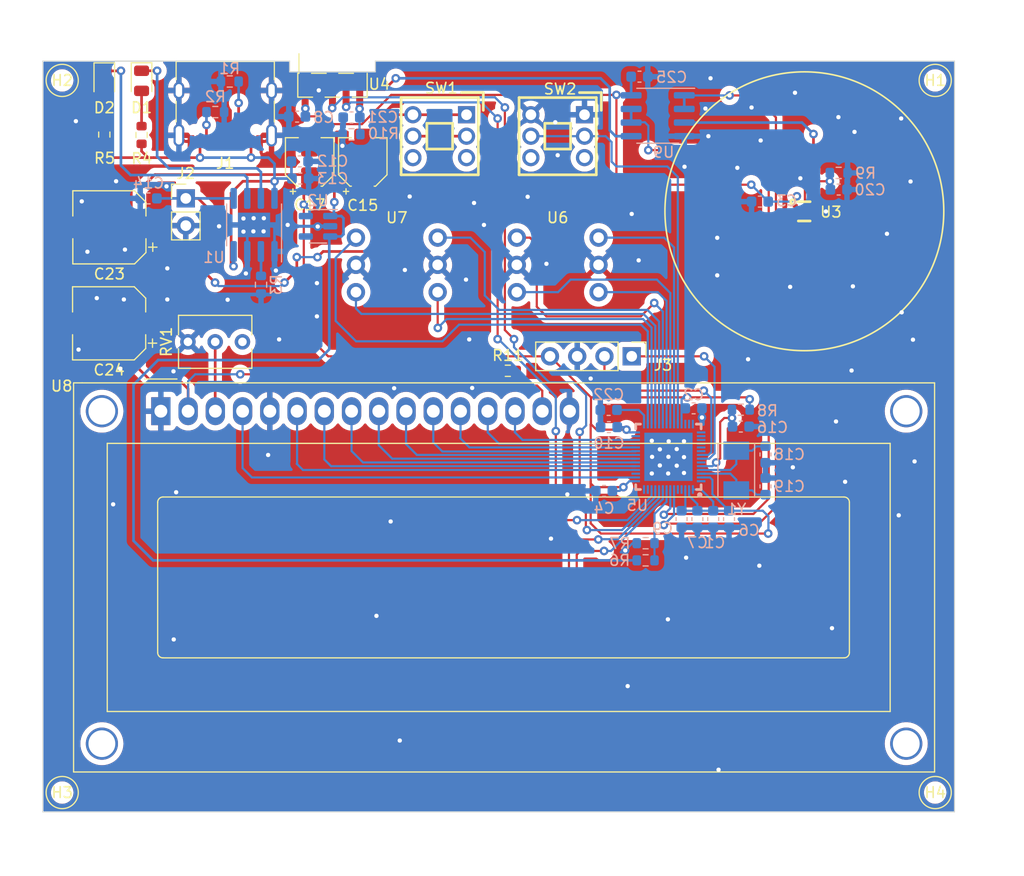
<source format=kicad_pcb>
(kicad_pcb (version 20220331) (generator pcbnew)
  (layers (0 "F.Cu" signal) (31 "B.Cu" signal) (34 "B.Paste" user) (35 "F.Paste" user) (36 "B.SilkS" user "B.Silkscreen") (37 "F.SilkS" user "F.Silkscreen") (38 "B.Mask" user) (39 "F.Mask" user) (44 "Edge.Cuts" user))
  (net 0 "")
  (net 1 "VCC")
  (net 2 "GND")
  (net 3 "+5V")
  (net 4 "Net-(J2-Pin_1)")
  (net 5 "Net-(U5-RESTET)")
  (net 6 "Net-(U5-XTAL_OUT)")
  (net 7 "Net-(U5-XTAL_IN)")
  (net 8 "Net-(U3-IOUT)")
  (net 9 "Net-(U4-IOUT)")
  (net 10 "Net-(U5-CAP)")
  (net 11 "Net-(D1-K)")
  (net 12 "Net-(D1-A)")
  (net 13 "Net-(D2-K)")
  (net 14 "Net-(D2-A)")
  (net 15 "Net-(J1-CC1)")
  (net 16 "Net-(J1-D+)")
  (net 18 "Net-(J1-CC2)")
  (net 20 "/TX")
  (net 21 "/RX")
  (net 22 "Net-(U1-PROG)")
  (net 23 "Net-(U8-A/VEE)")
  (net 24 "Net-(U8-VO)")
  (net 28 "Net-(U5-PB_10)")
  (net 32 "Net-(U3-GC2)")
  (net 33 "Net-(U3-GC1)")
  (net 34 "Net-(U4-GC2)")
  (net 35 "Net-(U4-GC1)")
  (net 40 "Net-(U5-PB_06)")
  (net 41 "Net-(U5-PB_07)")
  (net 42 "Net-(U5-PB_08)")
  (net 43 "Net-(U5-PB_09)")
  (net 44 "Net-(U5-PB_12)")
  (net 45 "Net-(U5-PB_13)")
  (net 46 "Net-(U5-PB_14)")
  (net 47 "Net-(U5-PB_15)")
  (net 59 "Net-(U2-ON/~{OFF})")
  (net 60 "Net-(U5-PA_02)")
  (net 61 "Net-(U5-PA_03)")
  (net 62 "Net-(U5-PA_11)")
  (net 64 "Net-(U5-PA_13)")
  (net 65 "Net-(U5-PA_14)")
  (net 66 "Net-(U5-PA_15)")
  (net 67 "Net-(U5-PB_00)")
  (net 68 "Net-(U5-PB_01)")
  (net 69 "Net-(U5-PB_02)")
  (net 70 "Net-(U5-PB_03)")
  (net 71 "Net-(U5-PB_27)")
  (net 72 "Net-(U5-PB_04)")
  (net 73 "Net-(U5-PA_04)")
  (footprint "Potentiometer_THT:Potentiometer_Vishay_T73XW_Horizontal" (layer "F.Cu") (at 113.525 86.175 90)
    (fp_text reference "RV1")
    (fp_text value "10k")
  )
  (footprint "FP:SW-TH_6P-L7.0-W7.0-P2.00" (layer "F.Cu") (at 137 67)
    (fp_text reference "SW1")
    (fp_text value "XKB7070-Z")
  )
  (footprint "Display:WC1602A" (layer "F.Cu") (at 111 92.6425)
    (fp_text reference "U8")
    (fp_text value "RC1602A")
  )
  (footprint "Resistor_SMD:R_0603_1608Metric" (layer "F.Cu") (at 105.725 66.85 -90)
    (fp_text reference "R5")
    (fp_text value "200")
  )
  (footprint "FP:SW-TH_6P-L7.0-W7.0-P2.00" (layer "F.Cu") (at 148 67)
    (fp_text reference "SW2")
    (fp_text value "XKB7070-Z")
  )
  (footprint "FP:MH_M1.5" (layer "F.Cu") (at 183.2 128.2)
    (fp_text reference "H4")
    (fp_text value "MountingHole")
  )
  (footprint "FP:MH_M1.5" (layer "F.Cu") (at 101.8 61.8)
    (fp_text reference "H2")
    (fp_text value "MountingHole")
  )
  (footprint "Resistor_SMD:R_0603_1608Metric" (layer "F.Cu") (at 143.35 88.875)
    (fp_text reference "R11")
    (fp_text value "510")
  )
  (footprint "FP:MH_M1.5" (layer "F.Cu") (at 101.8 128.2)
    (fp_text reference "H3")
    (fp_text value "MountingHole")
  )
  (footprint "Connector_USB:USB_C_Receptacle_XKB_U262-16XN-4BVC11" (layer "F.Cu") (at 117 63.815 180)
    (fp_text reference "J1")
    (fp_text value "USB_C_Receptacle_USB2.0")
  )
  (footprint "Capacitor_SMD:CP_Elec_4x4.5" (layer "F.Cu") (at 129.825 69.4 90)
    (fp_text reference "C15")
    (fp_text value "10uf")
  )
  (footprint "FP:PinHeader_1x05_P1.27mm_Vertical_SMD_Pin1Right" (layer "F.Cu") (at 127 62.25 90)
    (fp_text reference "U4")
    (fp_text value "BH1620FVC-TR")
  )
  (footprint "LED_SMD:LED_0805_2012Metric" (layer "F.Cu") (at 105.725 61.85 -90)
    (fp_text reference "D2")
    (fp_text value "LED")
  )
  (footprint "FP:WSOF-5_L1.6-W1.2-P0.50-TL" (layer "F.Cu") (at 171 74)
    (fp_text reference "U3")
    (fp_text value "BH1620FVC-TR")
  )
  (footprint "Resistor_SMD:R_0603_1608Metric" (layer "F.Cu") (at 109.2 66.8875 -90)
    (fp_text reference "R4")
    (fp_text value "200")
  )
  (footprint "Capacitor_SMD:CP_Elec_6.3x5.4" (layer "F.Cu") (at 106.2 75.5 180)
    (fp_text reference "C23")
    (fp_text value "100uf")
  )
  (footprint "LED_SMD:LED_0805_2012Metric" (layer "F.Cu") (at 109.2 61.8375 -90)
    (fp_text reference "D1")
    (fp_text value "LED")
  )
  (footprint "Connector_PinHeader_2.54mm:PinHeader_1x02_P2.54mm_Vertical" (layer "F.Cu") (at 113.325 72.8)
    (fp_text reference "J2")
    (fp_text value "Conn_01x02")
  )
  (footprint "Connector_PinHeader_2.54mm:PinHeader_1x04_P2.54mm_Vertical" (layer "F.Cu") (at 154.9 87.525 -90)
    (fp_text reference "J3")
    (fp_text value "Conn_01x04")
  )
  (footprint "FP:BCD8421_3-3" (layer "F.Cu") (at 148 79)
    (fp_text reference "U6")
    (fp_text value "BCD8421_3-3")
  )
  (footprint "Capacitor_SMD:CP_Elec_4x4.5" (layer "F.Cu") (at 124.875 69.4 90)
    (fp_text reference "C17")
    (fp_text value "10uf")
  )
  (footprint "FP:BCD8421_3-3" (layer "F.Cu") (at 133 79)
    (fp_text reference "U7")
    (fp_text value "BCD8421_3-3")
  )
  (footprint "FP:MH_M1.5" (layer "F.Cu") (at 183.2 61.8)
    (fp_text reference "H1")
    (fp_text value "MountingHole")
  )
  (footprint "Capacitor_SMD:CP_Elec_6.3x5.4" (layer "F.Cu") (at 106.175 84.45 180)
    (fp_text reference "C24")
    (fp_text value "100uf")
  )
  (footprint "Package_SO:SOIC-8-1EP_3.9x4.9mm_P1.27mm_EP2.29x3mm" (layer "B.Cu") (at 119.69 75.275 90)
    (fp_text reference "U1")
    (fp_text value "TP4056")
  )
  (footprint "Capacitor_SMD:C_0603_1608Metric" (layer "B.Cu") (at 166.85 73.1 180)
    (fp_text reference "C3")
    (fp_text value "100nf")
  )
  (footprint "Capacitor_SMD:C_0603_1608Metric" (layer "B.Cu") (at 123.95 69.35 180)
    (fp_text reference "C12")
    (fp_text value "10uf")
  )
  (footprint "Capacitor_SMD:C_0603_1608Metric" (layer "B.Cu") (at 109.85 72.8 180)
    (fp_text reference "C14")
    (fp_text value "10uf")
  )
  (footprint "Crystal:Crystal_SMD_TXC_7A-2Pin_5x3.2mm" (layer "B.Cu") (at 164.65 98.175 90)
    (fp_text reference "Y1")
    (fp_text value "40MHz")
  )
  (footprint "Capacitor_SMD:C_0603_1608Metric" (layer "B.Cu") (at 163.975 102.7 -90)
    (fp_text reference "C6")
    (fp_text value "100nf")
  )
  (footprint "Resistor_SMD:R_0603_1608Metric" (layer "B.Cu") (at 174.2 70.425)
    (fp_text reference "R9")
    (fp_text value "4.22k")
  )
  (footprint "Resistor_SMD:R_0603_1608Metric" (layer "B.Cu") (at 116.075 64.75 180)
    (fp_text reference "R2")
    (fp_text value "5.1K")
  )
  (footprint "Capacitor_SMD:C_0603_1608Metric" (layer "B.Cu") (at 152.325 100.075 180)
    (fp_text reference "C4")
    (fp_text value "100nf")
  )
  (footprint "Resistor_SMD:R_0603_1608Metric" (layer "B.Cu") (at 156.2 106.55)
    (fp_text reference "R6")
    (fp_text value "10k")
  )
  (footprint "Resistor_SMD:R_0603_1608Metric" (layer "B.Cu") (at 120.34 80.85 90)
    (fp_text reference "R3")
    (fp_text value "1.2K")
  )
  (footprint "Capacitor_SMD:C_0603_1608Metric" (layer "B.Cu") (at 165.075 94.075)
    (fp_text reference "C16")
    (fp_text value "100nf")
  )
  (footprint "Package_TO_SOT_SMD:SOT-23-5" (layer "B.Cu") (at 125.65 75.4 180)
    (fp_text reference "U2")
    (fp_text value "LN1134-3.3")
  )
  (footprint "Resistor_SMD:R_0603_1608Metric" (layer "B.Cu") (at 156.2 104.95 180)
    (fp_text reference "R7")
    (fp_text value "10k")
  )
  (footprint "Capacitor_SMD:C_0603_1608Metric" (layer "B.Cu") (at 124 70.95 180)
    (fp_text reference "C13")
    (fp_text value "100nF")
  )
  (footprint "Capacitor_SMD:C_0603_1608Metric" (layer "B.Cu") (at 167.375 96.675 -90)
    (fp_text reference "C18")
    (fp_text value "20pf")
  )
  (footprint "Resistor_SMD:R_0603_1608Metric" (layer "B.Cu") (at 165.075 92.5 180)
    (fp_text reference "R8")
    (fp_text value "1k")
  )
  (footprint "Capacitor_SMD:C_0603_1608Metric" (layer "B.Cu") (at 128.775 65.25 180)
    (fp_text reference "C21")
    (fp_text value "20pf")
  )
  (footprint "Capacitor_SMD:C_0603_1608Metric" (layer "B.Cu") (at 162.5 102.7 -90)
    (fp_text reference "C1")
    (fp_text value "100nf")
  )
  (footprint "Capacitor_SMD:C_0603_1608Metric" (layer "B.Cu") (at 167.375 99.65 90)
    (fp_text reference "C19")
    (fp_text value "20pf")
  )
  (footprint "Capacitor_SMD:C_0603_1608Metric" (layer "B.Cu") (at 160.675 92.375)
    (fp_text reference "C2")
    (fp_text value "100nf")
  )
  (footprint "Capacitor_SMD:C_0603_1608Metric" (layer "B.Cu") (at 159.55 102.7 -90)
    (fp_text reference "C9")
    (fp_text value "100nf")
  )
  (footprint "Resistor_SMD:R_0603_1608Metric" (layer "B.Cu") (at 117.425 61.9)
    (fp_text reference "R1")
    (fp_text value "5.1K")
  )
  (footprint "Capacitor_SMD:C_0603_1608Metric" (layer "B.Cu") (at 152.775 94.125 180)
    (fp_text reference "C10")
    (fp_text value "100nf")
  )
  (footprint "FP:QFN-56_L6.0-W6.0-P0.35-BL-EP4.7" (layer "B.Cu") (at 158.325 96.895 180)
    (fp_text reference "U5")
    (fp_text value "AIR103_CORE_QFN")
  )
  (footprint "Package_SO:SOIC-8_3.9x4.9mm_P1.27mm" (layer "B.Cu") (at 157.325 65.095 180)
    (fp_text reference "U9")
    (fp_text value "LMC6482")
  )
  (footprint "Capacitor_SMD:C_0603_1608Metric" (layer "B.Cu") (at 161.025 102.7 -90)
    (fp_text reference "C7")
    (fp_text value "100nf")
  )
  (footprint "Capacitor_SMD:C_0603_1608Metric" (layer "B.Cu") (at 174.2 71.975)
    (fp_text reference "C20")
    (fp_text value "20pf")
  )
  (footprint "Capacitor_SMD:C_0603_1608Metric" (layer "B.Cu") (at 155.625 61.45)
    (fp_text reference "C25")
    (fp_text value "100nf")
  )
  (footprint "Capacitor_SMD:C_0603_1608Metric" (layer "B.Cu") (at 152.75 92.525 180)
    (fp_text reference "C22")
    (fp_text value "10uf")
  )
  (footprint "Resistor_SMD:R_0603_1608Metric" (layer "B.Cu") (at 128.775 66.825 180)
    (fp_text reference "R10")
    (fp_text value "4.22K")
  )
  (footprint "Capacitor_SMD:C_0603_1608Metric" (layer "B.Cu") (at 123.7 65.175 180)
    (fp_text reference "C8")
    (fp_text value "100nf")
  )
  (gr_circle (center 171 74) (end 184 74) (stroke (width 0.15)) (fill none) (layer "F.SilkS"))
  (gr_line (start 131 61) (end 131 60) (stroke (width 0.1)) (layer "Edge.Cuts"))
  (gr_line (start 100 60) (end 123 60) (stroke (width 0.1)) (layer "Edge.Cuts"))
  (gr_line (start 185 60) (end 185 130) (stroke (width 0.1)) (layer "Edge.Cuts"))
  (gr_line (start 100 130) (end 100 60) (stroke (width 0.1)) (layer "Edge.Cuts"))
  (gr_line (start 185 130) (end 100 130) (stroke (width 0.1)) (layer "Edge.Cuts"))
  (gr_line (start 131 60) (end 185 60) (stroke (width 0.1)) (layer "Edge.Cuts"))
  (gr_line (start 123 60) (end 123 61) (stroke (width 0.1)) (layer "Edge.Cuts"))
  (gr_line (start 123 61) (end 131 61) (stroke (width 0.1)) (layer "Edge.Cuts"))
  (segment (start 126.05 65.15) (end 124.725 65.15) (width 0.2032) (layer "F.Cu") (net 1))
  (segment (start 124.255489 70.580489) (end 110.444511 70.580489) (width 0.25) (layer "F.Cu") (net 1))
  (segment (start 151.6125 94.3625) (end 151.105 93.855) (width 0.2032) (layer "F.Cu") (net 1))
  (segment (start 124.325 85.25) (end 126.6 87.525) (width 0.2032) (layer "F.Cu") (net 1))
  (segment (start 124.475 64.9) (end 124.475 64.425) (width 0.2032) (layer "F.Cu") (net 1))
  (segment (start 108.975 88.725) (end 110.225 89.975) (width 0.25) (layer "F.Cu") (net 1))
  (segment (start 108.975 84.45) (end 108.975 88.725) (width 0.25) (layer "F.Cu") (net 1))
  (segment (start 124.325 73.375) (end 124.325 71.75) (width 0.25) (layer "F.Cu") (net 1))
  (segment (start 141.475 88.875) (end 141.15 89.2) (width 0.2032) (layer "F.Cu") (net 1))
  (segment (start 126.625 69.45) (end 126.625 65.875) (width 0.2032) (layer "F.Cu") (net 1))
  (segment (start 154.125 99.725) (end 151.425 99.725) (width 0.2032) (layer "F.Cu") (net 1))
  (segment (start 154.35 71.525) (end 153.4745 70.6495) (width 0.2032) (layer "F.Cu") (net 1))
  (segment (start 151.105 91.35) (end 160.075 91.35) (width 0.2032) (layer "F.Cu") (net 1))
  (segment (start 153.4745 70.6495) (end 153.4745 63.15) (width 0.2032) (layer "F.Cu") (net 1))
  (segment (start 170.152 72.748) (end 170.3 72.6) (width 0.2032) (layer "F.Cu") (net 1))
  (segment (start 129.75 65.875) (end 126.625 65.875) (width 0.2032) (layer "F.Cu") (net 1))
  (segment (start 167.625 104.05) (end 152.025 104.05) (width 0.2032) (layer "F.Cu") (net 1))
  (segment (start 152.025 104.05) (end 151.075 103.1) (width 0.2032) (layer "F.Cu") (net 1))
  (segment (start 126.625 65.875) (end 126.625 65.725) (width 0.2032) (layer "F.Cu") (net 1))
  (segment (start 113.54 90.565) (end 113.54 92.6425) (width 0.25) (layer "F.Cu") (net 1))
  (segment (start 126.6 87.525) (end 147.28 87.525) (width 0.2032) (layer "F.Cu") (net 1))
  (segment (start 106.275 77.25) (end 108.025 75.5) (width 0.25) (layer "F.Cu") (net 1))
  (segment (start 151.105 93.855) (end 151.105 91.35) (width 0.2032) (layer "F.Cu") (net 1))
  (segment (start 106.275 82.775) (end 106.275 77.25) (width 0.25) (layer "F.Cu") (net 1))
  (segment (start 126.625 65.725) (end 126.05 65.15) (width 0.2032) (layer "F.Cu") (net 1))
  (segment (start 109 72.025) (end 109 75.5) (width 0.25) (layer "F.Cu") (net 1))
  (segment (start 170.152 73.499) (end 170.152 72.748) (width 0.2032) (layer "F.Cu") (net 1))
  (segment (start 141.15 89.2) (end 118.4 89.2) (width 0.2032) (layer "F.Cu") (net 1))
  (segment (start 124.475 62.675) (end 124.45 62.65) (width 0.2032) (layer "F.Cu") (net 1))
  (segment (start 108.025 75.5) (end 109 75.5) (width 0.25) (layer "F.Cu") (net 1))
  (segment (start 124.325 71.75) (end 124.875 71.2) (width 0.25) (layer "F.Cu") (net 1))
  (segment (start 107.95 84.45) (end 106.275 82.775) (width 0.25) (layer "F.Cu") (net 1))
  (segment (start 124.875 71.2) (end 126.625 69.45) (width 0.2032) (layer "F.Cu") (net 1))
  (segment (start 151.075 99.375) (end 151.075 99.15) (width 0.2032) (layer "F.Cu") (net 1))
  (segment (start 124.325 73.375) (end 124.325 85.25) (width 0.2032) (layer "F.Cu") (net 1))
  (segment (start 124.725 65.15) (end 124.475 64.9) (width 0.2032) (layer "F.Cu") (net 1))
  (segment (start 153.4745 63.15) (end 132.475 63.15) (width 0.2032) (layer "F.Cu") (net 1))
  (segment (start 108.975 84.45) (end 107.95 84.45) (width 0.25) (layer "F.Cu") (net 1))
  (segment (start 165.725 91.35) (end 165.9 91.525) (width 0.2032) (layer "F.Cu") (net 1))
  (segment (start 124.875 71.2) (end 124.255489 70.580489) (width 0.25) (layer "F.Cu") (net 1))
  (segment (start 132.475 63.15) (end 129.75 65.875) (width 0.2032) (layer "F.Cu") (net 1))
  (segment (start 166.05 71.525) (end 154.35 71.525) (width 0.2032) (layer "F.Cu") (net 1))
  (segment (start 154.4125 94.3625) (end 151.6125 94.3625) (width 0.2032) (layer "F.Cu") (net 1))
  (segment (start 142.525 88.875) (end 141.475 88.875) (width 0.2032) (layer "F.Cu") (net 1))
  (segment (start 124.475 64.425) (end 124.475 62.675) (width 0.2032) (layer "F.Cu") (net 1))
  (segment (start 151.075 99.15) (end 151.075 93.885) (width 0.2032) (layer "F.Cu") (net 1))
  (segment (start 110.444511 70.580489) (end 109 72.025) (width 0.25) (layer "F.Cu") (net 1))
  (segment (start 112.95 89.975) (end 113.54 90.565) (width 0.25) (layer "F.Cu") (net 1))
  (segment (start 160.075 91.35) (end 165.725 91.35) (width 0.2032) (layer "F.Cu") (net 1))
  (segment (start 151.075 93.885) (end 151.105 93.855) (width 0.2032) (layer "F.Cu") (net 1))
  (segment (start 110.225 89.975) (end 112.95 89.975) (width 0.25) (layer "F.Cu") (net 1))
  (segment (start 147.28 87.525) (end 151.105 91.35) (width 0.2032) (layer "F.Cu") (net 1))
  (segment (start 151.425 99.725) (end 151.075 99.375) (width 0.2032) (layer "F.Cu") (net 1))
  (segment (start 151.075 103.1) (end 151.075 99.15) (width 0.2032) (layer "F.Cu") (net 1))
  (via (at 153.4745 63.15) (size 0.8) (drill 0.4) (layers "F.Cu" "B.Cu") (net 1))
  (via (at 165.9 91.525) (size 0.8) (drill 0.4) (layers "F.Cu" "B.Cu") (net 1))
  (via (at 124.475 64.425) (size 0.8) (drill 0.4) (layers "F.Cu" "B.Cu") (net 1))
  (via (at 124.325 73.375) (size 0.8) (drill 0.4) (layers "F.Cu" "B.Cu") (net 1))
  (via (at 154.4125 94.3625) (size 0.8) (drill 0.4) (layers "F.Cu" "B.Cu") (net 1))
  (via (at 160.075 91.35) (size 0.8) (drill 0.4) (layers "F.Cu" "B.Cu") (net 1))
  (via (at 154.125 99.725) (size 0.8) (drill 0.4) (layers "F.Cu" "B.Cu") (net 1))
  (via (at 166.05 71.525) (size 0.8) (drill 0.4) (layers "F.Cu" "B.Cu") (net 1))
  (via (at 170.3 72.6) (size 0.8) (drill 0.4) (layers "F.Cu" "B.Cu") (net 1))
  (via (at 118.4 89.2) (size 0.8) (drill 0.4) (layers "F.Cu" "B.Cu") (net 1))
  (via (at 167.625 104.05) (size 0.8) (drill 0.4) (layers "F.Cu" "B.Cu") (net 1))
  (segment (start 114.2 89.2) (end 113.54 89.86) (width 0.2032) (layer "B.Cu") (net 1))
  (segment (start 162.5 101.075) (end 161.37 99.945) (width 0.2032) (layer "B.Cu") (net 1))
  (segment (start 113.54 89.86) (end 113.54 92.6425) (width 0.2032) (layer "B.Cu") (net 1))
  (segment (start 162.5 101.925) (end 162.5 101.075) (width 0.2032) (layer "B.Cu") (net 1))
  (segment (start 154.4125 94.3625) (end 154.175 94.125) (width 0.2032) (layer "B.Cu") (net 1))
  (segment (start 159.575 101.925) (end 159.9 101.6) (width 0.2032) (layer "B.Cu") (net 1))
  (segment (start 159.725 91.35) (end 159.55 91.525) (width 0.2032) (layer "B.Cu") (net 1))
  (segment (start 154.67 94.62) (end 154.4125 94.3625) (width 0.2032) (layer "B.Cu") (net 1))
  (segment (start 124.8625 73.9125) (end 124.325 73.375) (width 0.25) (layer "B.Cu") (net 1))
  (segment (start 163.975 101.925) (end 162.425 100.375) (width 0.2032) (layer "B.Cu") (net 1))
  (segment (start 159.575 101.925) (end 167.125 101.925) (width 0.2032) (layer "B.Cu") (net 1))
  (segment (start 160.075 91.35) (end 159.725 91.35) (width 0.2032) (layer "B.Cu") (net 1))
  (segment (start 124.475 65.175) (end 124.475 64.425) (width 0.2032) (layer "B.Cu") (net 1))
  (segment (start 118.4 89.2) (end 114.2 89.2) (width 0.2032) (layer "B.Cu") (net 1))
  (segment (start 154.68 99.17) (end 154.125 99.725) (width 0.2032) (layer "B.Cu") (net 1))
  (segment (start 153.775 100.075) (end 153.1 100.075) (width 0.2032) (layer "B.Cu") (net 1))
  (segment (start 155.275 99.17) (end 154.68 99.17) (width 0.2032) (layer "B.Cu") (net 1))
  (segment (start 169.8 73.1) (end 167.625 73.1) (width 0.2032) (layer "B.Cu") (net 1))
  (segment (start 154.175 94.125) (end 153.55 94.125) (width 0.2032) (layer "B.Cu") (net 1))
  (segment (start 162.425 100.375) (end 162.425 99.05) (width 0.2032) (layer "B.Cu") (net 1))
  (segment (start 162.195 98.82) (end 161.375 98.82) (width 0.2032) (layer "B.Cu") (net 1))
  (segment (start 161.37 99.945) (end 160.6 99.945) (width 0.2032) (layer "B.Cu") (net 1))
  (segment (start 170.3 72.6) (end 169.8 73.1) (width 0.2032) (layer "B.Cu") (net 1))
  (segment (start 159.55 91.525) (end 159.55 93.845) (width 0.2032) (layer "B.Cu") (net 1))
  (segment (start 166.05 71.525) (end 167.625 73.1) (width 0.2032) (layer "B.Cu") (net 1))
  (segment (start 154.81 63.15) (end 154.85 63.19) (width 0.2032) (layer "B.Cu") (net 1))
  (segment (start 154.125 99.725) (end 153.775 100.075) (width 0.2032) (layer "B.Cu") (net 1))
  (segment (start 155.275 94.62) (end 154.67 94.62) (width 0.2032) (layer "B.Cu") (net 1))
  (segment (start 159.55 92.4) (end 159.55 91.525) (width 0.2032) (layer "B.Cu") (net 1))
  (segment (start 153.4745 63.15) (end 154.81 63.15) (width 0.2032) (layer "B.Cu") (net 1))
  (segment (start 167.65 102.45) (end 167.65 104.025) (width 0.2032) (layer "B.Cu") (net 1))
  (segment (start 159.9 101.6) (end 159.9 99.945) (width 0.2032) (layer "B.Cu") (net 1))
  (segment (start 161.025 101.3) (end 160.25 100.525) (width 0.2032) (layer "B.Cu") (net 1))
  (segment (start 165.9 91.525) (end 165.9 92.5) (width 0.2032) (layer "B.Cu") (net 1))
  (segment (start 167.65 104.025) (end 167.625 104.05) (width 0.2032) (layer "B.Cu") (net 1))
  (segment (start 124.8625 74.45) (end 124.8625 73.9125) (width 0.25) (layer "B.Cu") (net 1))
  (segment (start 160.25 100.525) (end 160.25 99.945) (width 0.2032) (layer "B.Cu") (net 1))
  (segment (start 154.85 63.19) (end 154.85 61.45) (width 0.25) (layer "B.Cu") (net 1))
  (segment (start 167.125 101.925) (end 167.65 102.45) (width 0.2032) (layer "B.Cu") (net 1))
  (segment (start 161.025 101.925) (end 161.025 101.3) (width 0.2032) (layer "B.Cu") (net 1))
  (segment (start 162.425 99.05) (end 162.195 98.82) (width 0.2032) (layer "B.Cu") (net 1))
  (segment (start 170.752 74.017) (end 173.008 74.017) (width 0.2032) (layer "F.Cu") (net 2))
  (segment (start 169.9 70.925) (end 170.625 70.925) (width 0.2032) (layer "F.Cu") (net 2))
  (segment (start 120.755 67.485) (end 121.32 66.92) (width 0.25) (layer "F.Cu") (net 2))
  (segment (start 120.05 67.485) (end 120.755 67.485) (width 0.25) (layer "F.Cu") (net 2))
  (segment (start 169.175 71.65) (end 169.9 70.925) (width 0.2032) (layer "F.Cu") (net 2))
  (segment (start 170.752 74.017) (end 169.392 74.017) (width 0.2032) (layer "F.Cu") (net 2))
  (segment (start 169.392 74.017) (end 169.175 73.8) (width 0.2032) (layer "F.Cu") (net 2))
  (segment (start 169.175 73.8) (end 169.175 71.65) (width 0.2032) (layer "F.Cu") (net 2))
  (segment (start 113.95 67.485) (end 113.65 67.485) (width 0.25) (layer "F.Cu") (net 2))
  (segment (start 171.05 73.719) (end 171.05 71.625) (width 0.2032) (layer "F.Cu") (net 2))
  (segment (start 113.245 67.485) (end 112.68 66.92) (width 0.25) (layer "F.Cu") (net 2))
  (segment (start 113.65 67.485) (end 113.245 67.485) (width 0.25) (layer "F.Cu") (net 2))
  (via (at 125.55 80.7) (size 0.8) (drill 0.4) (layers "F.Cu" "B.Cu") (net 2))
  (via (at 166.925 67.4) (size 0.8) (drill 0.4) (layers "F.Cu" "B.Cu") (net 2))
  (via (at 175.525 81) (size 0.8) (drill 0.4) (layers "F.Cu" "B.Cu") (net 2))
  (via (at 107.55 82.225) (size 0.8) (drill 0.4) (layers "F.Cu" "B.Cu") (net 2))
  (via (at 106.55 101.325) (size 0.8) (drill 0.4) (layers "F.Cu" "B.Cu") (net 2))
  (via (at 173.575 112.875) (size 0.8) (drill 0.4) (layers "F.Cu" "B.Cu") (net 2))
  (via (at 169.925 97.875) (size 0.8) (drill 0.4) (layers "F.Cu" "B.Cu") (net 2))
  (via (at 173.95 93.6) (size 0.8) (drill 0.4) (layers "F.Cu" "B.Cu") (net 2))
  (via (at 162.25 61.6) (size 0.8) (drill 0.4) (layers "F.Cu" "B.Cu") (net 2))
  (via (at 163 126.075) (size 0.8) (drill 0.4) (layers "F.Cu" "B.Cu") (net 2))
  (via (at 155.55 78.575) (size 0.8) (drill 0.4) (layers "F.Cu" "B.Cu") (net 2))
  (via (at 162.875 76.475) (size 0.8) (drill 0.4) (layers "F.Cu" "B.Cu") (net 2))
  (via (at 111.6 79.325) (size 0.8) (drill 0.4) (layers "F.Cu" "B.Cu") (net 2))
  (via (at 106.825 71.2) (size 0.8) (drill 0.4) (layers "F.Cu" "B.Cu") (net 2))
  (via (at 125.625 75.425) (size 0.8) (drill 0.4) (layers "F.Cu" "B.Cu") (net 2))
  (via (at 104.15 77.775) (size 0.8) (drill 0.4) (layers "F.Cu" "B.Cu") (net 2))
  (via (at 148 68.775) (size 0.8) (drill 0.4) (layers "F.Cu" "B.Cu") (net 2))
  (via (at 119.625 75.875) (size 0.8) (drill 0.4) (layers "F.Cu" "B.Cu") (net 2))
  (via (at 180.075 83.425) (size 0.8) (drill 0.4) (layers "F.Cu" "B.Cu") (net 2))
  (via (at 154.525 118.275) (size 0.8) (drill 0.4) (layers "F.Cu" "B.Cu") (net 2))
  (via (at 156.775 98.45) (size 0.8) (drill 0.4) (layers "F.Cu" "B.Cu") (net 2))
  (via (at 165.75 87.8) (size 0.8) (drill 0.4) (layers "F.Cu" "B.Cu") (net 2))
  (via (at 158.3 98.45) (size 0.8) (drill 0.4) (layers "F.Cu" "B.Cu") (net 2))
  (via (at 175.675 66.6) (size 0.8) (drill 0.4) (layers "F.Cu" "B.Cu") (net 2))
  (via (at 161.45 93.225) (size 0.8) (drill 0.4) (layers "F.Cu" "B.Cu") (net 2))
  (via (at 146.95 78.9) (size 0.8) (drill 0.4) (layers "F.Cu" "B.Cu") (net 2))
  (via (at 166.075 64.325) (size 0.8) (drill 0.4) (layers "F.Cu" "B.Cu") (net 2))
  (via (at 164.75 69.95) (size 0.8) (drill 0.4) (layers "F.Cu" "B.Cu") (net 2))
  (via (at 181.125 85.975) (size 0.8) (drill 0.4) (layers "F.Cu" "B.Cu") (net 2))
  (via (at 133.75 79.475) (size 0.8) (drill 0.4) (layers "F.Cu" "B.Cu") (net 2))
  (via (at 120.6 74.65) (size 0.8) (drill 0.4) (layers "F.Cu" "B.Cu") (net 2))
  (via (at 122.825 75.275) (size 0.8) (drill 0.4) (layers "F.Cu" "B.Cu") (net 2))
  (via (at 145.2 72.65) (size 0.8) (drill 0.4) (layers "F.Cu" "B.Cu") (net 2))
  (via (at 170.625 70.925) (size 0.8) (drill 0.4) (layers "F.Cu" "B.Cu") (net 2))
  (via (at 159.975 106.3) (size 0.8) (drill 0.4) (layers "F.Cu" "B.Cu") (net 2))
  (via (at 166.8 107.05) (size 0.8) (drill 0.4) (layers "F.Cu" "B.Cu") (net 2))
  (via (at 161.775 64.425) (size 0.8) (drill 0.4) (layers "F.Cu" "B.Cu") (net 2))
  (via (at 125.55 83.8) (size 0.8) (drill 0.4) (layers "F.Cu" "B.Cu") (net 2))
  (via (at 103.625 73.075) (size 0.8) (drill 0.4) (layers "F.Cu" "B.Cu") (net 2))
  (via (at 159.775 96.925) (size 0.8) (drill 0.4) (layers "F.Cu" "B.Cu") (net 2))
  (via (at 107.65 77.575) (size 0.8) (drill 0.4) (layers "F.Cu" "B.Cu") (net 2))
  (via (at 111.6 82.225) (size 0.8) (drill 0.4) (layers "F.Cu" "B.Cu") (net 2))
  (via (at 117.225 82.25) (size 0.8) (drill 0.4) (layers "F.Cu" "B.Cu") (net 2))
  (via (at 162.875 79.975) (size 0.8) (drill 0.4) (layers "F.Cu" "B.Cu") (net 2))
  (via (at 181.275 97.325) (size 0.8) (drill 0.4) (layers "F.Cu" "B.Cu") (net 2))
  (via (at 159.775 98.4) (size 0.8) (drill 0.4) (layers "F.Cu" "B.Cu") (net 2))
  (via (at 132.425 102.925) (size 0.8) (drill 0.4) (layers "F.Cu" "B.Cu") (net 2))
  (via (at 122.025 85.95) (size 0.8) (drill 0.4) (layers "F.Cu" "B.Cu") (net 2))
  (via (at 158.325 96.895) (size 0.8) (drill 0.4) (layers "F.Cu" "B.Cu") (net 2))
  (via (at 120.575 75.875) (size 0.8) (drill 0.4) (layers "F.Cu" "B.Cu") (net 2))
  (via (at 162.05 67) (size 0.8) (drill 0.4) (layers "F.Cu" "B.Cu") (net 2))
  (via (at 157.525 97.7) (size 0.8) (drill 0.4) (layers "F.Cu" "B.Cu") (net 2))
  (via (at 147.775 65.7) (size 0.8) (drill 0.4) (layers "F.Cu" "B.Cu") (net 2))
  (via (at 121 96.725) (size 0.8) (drill 0.4) (layers "F.Cu" "B.Cu") (net 2))
  (via (at 173.008 74.017) (size 0.8) (drill 0.4) (layers "F.Cu" "B.Cu") (net 2))
  (via (at 174.175 65.225) (size 0.8) (drill 0.4) (layers "F.Cu" "B.Cu") (net 2))
  (via (at 103.325 86.9) (size 0.8) (drill 0.4) (layers "F.Cu" "B.Cu") (net 2))
  (via (at 127.925 67.9) (size 0.8) (drill 0.4) (layers "F.Cu" "B.Cu") (net 2))
  (via (at 159.1 96.175) (size 0.8) (drill 0.4) (layers "F.Cu" "B.Cu") (net 2))
  (via (at 111.525 71.675) (size 0.8) (drill 0.4) (layers "F.Cu" "B.Cu") (net 2))
  (via (at 103.075 65.6) (size 0.8) (drill 0.4) (layers "F.Cu" "B.Cu") (net 2))
  (via (at 118.7 74.675) (size 0.8) (drill 0.4) (layers "F.Cu" "B.Cu") (net 2))
  (via (at 159.1 97.725) (size 0.8) (drill 0.4) (layers "F.Cu" "B.Cu") (net 2))
  (via (at 156.8 96.9) (size 0.8) (drill 0.4) (layers "F.Cu" "B.Cu") (net 2))
  (via (at 154.9 74.25) (size 0.8) (drill 0.4) (layers "F.Cu" "B.Cu") (net 2))
  (via (at 158.275 112.05) (size 0.8) (drill 0.4) (layers "F.Cu" "B.Cu") (net 2))
  (via (at 154.3 105.625) (size 0.8) (drill 0.4) (layers "F.Cu" "B.Cu") (net 2))
  (via (at 131.1 111.725) (size 0.8) (drill 0.4) (layers "F.Cu" "B.Cu") (net 2))
  (via (at 125.725 62.725) (size 0.8) (drill 0.4) (layers "F.Cu" "B.Cu") (net 2))
  (via (at 118.7 75.9) (size 0.8) (drill 0.4) (layers "F.Cu" "B.Cu") (net 2))
  (via (at 134.2 72.625) (size 0.8) (drill 0.4) (layers "F.Cu" "B.Cu") (net 2))
  (via (at 119.65 74.65) (size 0.8) (drill 0.4) (layers "F.Cu" "B.Cu") (net 2))
  (via (at 133.275 123.35) (size 0.8) (drill 0.4) (layers "F.Cu" "B.Cu") (net 2))
  (via (at 107.2 88.675) (size 0.8) (drill 0.4) (layers "F.Cu" "B.Cu") (net 2))
  (via (at 174.8 99.225) (size 0.8) (drill 0.4) (layers "F.Cu" "B.Cu") (net 2))
  (via (at 178.7 76.1) (size 0.8) (drill 0.4) (layers "F.Cu" "B.Cu") (net 2))
  (via (at 151.075 89.6) (size 0.8) (drill 0.4) (layers "F.Cu" "B.Cu") (net 2))
  (via (at 112.175 88.925) (size 0.8) (drill 0.4) (layers "F.Cu" "B.Cu") (net 2))
  (via (at 159.825 69.85) (size 0.8) (drill 0.4) (layers "F.Cu" "B.Cu") (net 2))
  (via (at 112.2 113.925) (size 0.8) (drill 0.4) (layers "F.Cu" "B.Cu") (net 2))
  (via (at 157.525 96.2) (size 0.8) (drill 0.4) (layers "F.Cu" "B.Cu") (net 2))
  (via (at 148.9 100.4) (size 0.8) (drill 0.4) (layers "F.Cu" "B.Cu") (net 2))
  (via (at 180.9 71.225) (size 0.8) (drill 0.4) (layers "F.Cu" "B.Cu") (net 2))
  (via (at 140.025 90.475) (size 0.8) (drill 0.4) (layers "F.Cu" "B.Cu") (net 2))
  (via (at 121.725 79.525) (size 0.8) (drill 0.4) (layers "F.Cu" "B.Cu") (net 2))
  (via (at 141.125 75.275) (size 0.8) (drill 0.4) (layers "F.Cu" "B.Cu") (net 2))
  (via (at 179.8 102.35) (size 0.8) (drill 0.4) (layers "F.Cu" "B.Cu") (net 2))
  (via (at 156.775 95.4) (size 0.8) (drill 0.4) (layers "F.Cu" "B.Cu") (net 2))
  (via (at 112.425 100.2) (size 0.8) (drill 0.4) (layers "F.Cu" "B.Cu") (net 2))
  (via (at 118.925 79.8) (size 0.8) (drill 0.4) (layers "F.Cu" "B.Cu") (net 2))
  (via (at 116.425 75.4) (size 0.8) (drill 0.4) (layers "F.Cu" "B.Cu") (net 2))
  (via (at 175.4 88.85) (size 0.8) (drill 0.4) (layers "F.Cu" "B.Cu") (net 2))
  (via (at 180.025 65.35) (size 0.8) (drill 0.4) (layers "F.Cu" "B.Cu") (net 2))
  (via (at 169.675 81.05) (size 0.8) (drill 0.4) (layers "F.Cu" "B.Cu") (net 2))
  (via (at 132.75 90.5) (size 0.8) (drill 0.4) (layers "F.Cu" "B.Cu") (net 2))
  (via (at 170.125 62.95) (size 0.8) (drill 0.4) (layers "F.Cu" "B.Cu") (net 2))
  (via (at 139.75 85.95) (size 0.8) (drill 0.4) (layers "F.Cu" "B.Cu") (net 2))
  (via (at 105.025 82.1) (size 0.8) (drill 0.4) (layers "F.Cu" "B.Cu") (net 2))
  (via (at 159.775 95.45) (size 0.8) (drill 0.4) (layers "F.Cu" "B.Cu") (net 2))
  (via (at 147.375 104.525) (size 0.8) (drill 0.4) (layers "F.Cu" "B.Cu") (net 2))
  (via (at 158.35 95.45) (size 0.8) (drill 0.4) (layers "F.Cu" "B.Cu") (net 2))
  (via (at 139.45 80.375) (size 0.8) (drill 0.4) (layers "F.Cu" "B.Cu") (net 2))
  (via (at 140.2 73.225) (size 0.8) (drill 0.4) (layers "F.Cu" "B.Cu") (net 2))
  (segment (start 154.975 104.95) (end 154.3 105.625) (width 0.2032) (layer "B.Cu") (net 2))
  (segment (start 121.595 77.75) (end 121.595 75.53) (width 0.25) (layer "B.Cu") (net 2))
  (segment (start 121.34 75.275) (end 120.575 75.275) (width 0.25) (layer "B.Cu") (net 2))
  (segment (start 120.575 75.275) (end 119.69 75.275) (width 0.25) (layer "B.Cu") (net 2))
  (segment (start 155.375 104.95) (end 154.975 104.95) (width 0.2032) (layer "B.Cu") (net 2))
  (segment (start 119.055 75.91) (end 119.69 75.275) (width 0.25) (layer "B.Cu") (net 2))
  (segment (start 121.595 75.53) (end 121.34 75.275) (width 0.25) (layer "B.Cu") (net 2))
  (segment (start 119.055 77.75) (end 119.055 75.91) (width 0.25) (layer "B.Cu") (net 2))
  (segment (start 106.2 69) (end 105.725 68.525) (width 0.25) (layer "F.Cu") (net 3))
  (segment (start 109.925 69) (end 106.2 69) (width 0.25) (layer "F.Cu") (net 3))
  (segment (start 109.8 69) (end 109.925 69) (width 0.25) (layer "F.Cu") (net 3))
  (segment (start 114.65 67.585) (end 114.75 67.485) (width 0.25) (layer "F.Cu") (net 3))
  (segment (start 110.325 69) (end 109.925 69) (width 0.25) (layer "F.Cu") (net 3))
  (segment (start 114.65 69) (end 110.325 69) (width 0.25) (layer "F.Cu") (net 3))
  (segment (start 109.2 67.7125) (end 109.2 68.4) (width 0.25) (layer "F.Cu") (net 3))
  (segment (start 119.405 68.995) (end 119.405 67.64) (width 0.25) (layer "F.Cu") (net 3))
  (segment (start 117.55 72.3) (end 118.645 71.205) (width 0.25) (layer "F.Cu") (net 3))
  (segment (start 105.725 68.525) (end 105.725 67.675) (width 0.25) (layer "F.Cu") (net 3))
  (segment (start 119.55 67.485) (end 119.25 67.485) (width 0.25) (layer "F.Cu") (net 3))
  (segment (start 117.55 78.9) (end 117.55 72.3) (width 0.25) (layer "F.Cu") (net 3))
  (segment (start 119.405 67.64) (end 119.25 67.485) (width 0.25) (layer "F.Cu") (net 3))
  (segment (start 114.65 69) (end 114.65 67.585) (width 0.25) (layer "F.Cu") (net 3))
  (segment (start 118.645 71.205) (end 121.595 71.205) (width 0.25) (layer "F.Cu") (net 3))
  (segment (start 114.75 67.485) (end 114.45 67.485) (width 0.25) (layer "F.Cu") (net 3))
  (segment (start 109.2 68.4) (end 109.8 69) (width 0.25) (layer "F.Cu") (net 3))
  (segment (start 117.775 79.125) (end 117.55 78.9) (width 0.25) (layer "F.Cu") (net 3))
  (via (at 117.775 79.125) (size 0.8) (drill 0.4) (layers "F.Cu" "B.Cu") (net 3))
  (via (at 121.595 71.205) (size 0.8) (drill 0.4) (layers "F.Cu" "B.Cu") (net 3))
  (via (at 114.65 69) (size 0.8) (drill 0.4) (layers "F.Cu" "B.Cu") (net 3))
  (via (at 119.405 68.995) (size 0.8) (drill 0.4) (layers "F.Cu" "B.Cu") (net 3))
  (segment (start 117.785 77.75) (end 117.785 79.115) (width 0.25) (layer "B.Cu") (net 3))
  (segment (start 117.785 79.115) (end 117.775 79.125) (width 0.25) (layer "B.Cu") (net 3))
  (segment (start 123.175 69.35) (end 123.175 70.9) (width 0.25) (layer "B.Cu") (net 3))
  (segment (start 119.4 69) (end 114.65 69) (width 0.25) (layer "B.Cu") (net 3))
  (segment (start 123.175 70.9) (end 123.225 70.95) (width 0.25) (layer "B.Cu") (net 3))
  (segment (start 121.595 71.205) (end 121.595 69.57) (width 0.25) (layer "B.Cu") (net 3))
  (segment (start 121.595 72.8) (end 121.595 71.205) (width 0.25) (layer "B.Cu") (net 3))
  (segment (start 123.225 70.95) (end 121.85 70.95) (width 0.25) (layer "B.Cu") (net 3))
  (segment (start 121.02 68.995) (end 119.405 68.995) (width 0.25) (layer "B.Cu") (net 3))
  (segment (start 121.595 69.57) (end 121.02 68.995) (width 0.25) (layer "B.Cu") (net 3))
  (segment (start 121.85 70.95) (end 121.595 71.205) (width 0.25) (layer "B.Cu") (net 3))
  (segment (start 119.4 69) (end 119.405 68.995) (width 0.25) (layer "B.Cu") (net 3))
  (segment (start 137.2 67) (end 134.5 67) (width 0.25) (layer "F.Cu") (net 4))
  (segment (start 123.675 79.5) (end 122.525 80.65) (width 0.25) (layer "F.Cu") (net 4))
  (segment (start 123.675 78.275) (end 123.675 79.5) (width 0.25) (layer "F.Cu") (net 4))
  (segment (start 116.05 80.65) (end 115.325 79.925) (width 0.25) (layer "F.Cu") (net 4))
  (segment (start 137.2 67) (end 136.725 67.475) (width 0.25) (layer "F.Cu") (net 4))
  (segment (start 114.475 72.8) (end 113.325 72.8) (width 0.25) (layer "F.Cu") (net 4))
  (segment (start 132.6 77.75) (end 126.125 77.75) (width 0.25) (layer "F.Cu") (net 4))
  (segment (start 115.325 79.925) (end 115.325 73.65) (width 0.25) (layer "F.Cu") (net 4))
  (segment (start 115.325 73.65) (end 114.475 72.8) (width 0.25) (layer "F.Cu") (net 4))
  (segment (start 126.125 77.75) (end 125.6 78.275) (width 0.25) (layer "F.Cu") (net 4))
  (segment (start 136.725 67.475) (end 136.725 73.625) (width 0.25) (layer "F.Cu") (net 4))
  (segment (start 136.725 73.625) (end 132.6 77.75) (width 0.25) (layer "F.Cu") (net 4))
  (segment (start 139.5 67) (end 137.2 67) (width 0.25) (layer "F.Cu") (net 4))
  (via (at 125.6 78.275) (size 0.8) (drill 0.4) (layers "F.Cu" "B.Cu") (net 4))
  (via (at 122.525 80.65) (size 0.8) (drill 0.4) (layers "F.Cu" "B.Cu") (net 4))
  (via (at 116.05 80.65) (size 0.8) (drill 0.4) (layers "F.Cu" "B.Cu") (net 4))
  (via (at 123.675 78.275) (size 0.8) (drill 0.4) (layers "F.Cu" "B.Cu") (net 4))
  (segment (start 116.05 80.65) (end 116.375 80.975) (width 0.2032) (layer "B.Cu") (net 4))
  (segment (start 113.325 72.8) (end 110.625 72.8) (width 0.25) (layer "B.Cu") (net 4))
  (segment (start 122.2 80.975) (end 122.525 80.65) (width 0.2032) (layer "B.Cu") (net 4))
  (segment (start 117.785 72.8) (end 113.325 72.8) (width 0.25) (layer "B.Cu") (net 4))
  (segment (start 116.375 80.975) (end 122.2 80.975) (width 0.2032) (layer "B.Cu") (net 4))
  (segment (start 123.675 78.275) (end 125.6 78.275) (width 0.2032) (layer "B.Cu") (net 4))
  (segment (start 163.15 97.05) (end 163.15 93.65) (width 0.2032) (layer "F.Cu") (net 5))
  (segment (start 163.525 93.275) (end 164.25 93.275) (width 0.2032) (layer "F.Cu") (net 5))
  (segment (start 162.775 97.425) (end 163.15 97.05) (width 0.2032) (layer "F.Cu") (net 5))
  (segment (start 163.15 93.65) (end 163.525 93.275) (width 0.2032) (layer "F.Cu") (net 5))
  (via (at 164.25 93.275) (size 0.8) (drill 0.4) (layers "F.Cu" "B.Cu") (net 5))
  (via (at 162.775 97.425) (size 0.8) (drill 0.4) (layers "F.Cu" "B.Cu") (net 5))
  (segment (start 164.25 94.025) (end 164.3 94.075) (width 0.2032) (layer "B.Cu") (net 5))
  (segment (start 164.25 93.275) (end 164.25 94.025) (width 0.2032) (layer "B.Cu") (net 5))
  (segment (start 161.375 97.77) (end 162.43 97.77) (width 0.2032) (layer "B.Cu") (net 5))
  (segment (start 164.25 92.5) (end 164.25 93.275) (width 0.2032) (layer "B.Cu") (net 5))
  (segment (start 162.43 97.77) (end 162.775 97.425) (width 0.2032) (layer "B.Cu") (net 5))
  (segment (start 164.65 97.575) (end 164.105 98.12) (width 0.2032) (layer "B.Cu") (net 6))
  (segment (start 166.525 95.925) (end 167.375 95.925) (width 0.2032) (layer "B.Cu") (net 6))
  (segment (start 164.65 96.325) (end 164.65 97.575) (width 0.2032) (layer "B.Cu") (net 6))
  (segment (start 166.125 96.325) (end 166.525 95.925) (width 0.2032) (layer "B.Cu") (net 6))
  (segment (start 164.65 96.325) (end 166.125 96.325) (width 0.2032) (layer "B.Cu") (net 6))
  (segment (start 164.105 98.12) (end 161.375 98.12) (width 0.2032) (layer "B.Cu") (net 6))
  (segment (start 166.5375 100.425) (end 167.375 100.425) (width 0.2032) (layer "B.Cu") (net 7))
  (segment (start 164.65 99.025) (end 164.095 98.47) (width 0.2032) (layer "B.Cu") (net 7))
  (segment (start 166.1375 100.025) (end 166.5375 100.425) (width 0.2032) (layer "B.Cu") (net 7))
  (segment (start 164.65 100.025) (end 166.1375 100.025) (width 0.2032) (layer "B.Cu") (net 7))
  (segment (start 164.095 98.47) (end 161.375 98.47) (width 0.2032) (layer "B.Cu") (net 7))
  (segment (start 164.65 100.025) (end 164.65 99.025) (width 0.2032) (layer "B.Cu") (net 7))
  (segment (start 172.225 71.2) (end 171.848 71.577) (width 0.2032) (layer "F.Cu") (net 8))
  (segment (start 173.375 71.2) (end 172.225 71.2) (width 0.2032) (layer "F.Cu") (net 8))
  (segment (start 171.848 71.723) (end 171.848 71.177) (width 0.25) (layer "F.Cu") (net 8))
  (segment (start 171.848 73.501) (end 171.848 71.723) (width 0.25) (layer "F.Cu") (net 8))
  (segment (start 171.848 71.577) (end 171.848 71.723) (width 0.2032) (layer "F.Cu") (net 8))
  (segment (start 171.848 71.177) (end 171.848 66.802) (width 0.25) (layer "F.Cu") (net 8))
  (segment (start 171.848 66.802) (end 171.85 66.8) (width 0.25) (layer "F.Cu") (net 8))
  (via (at 171.85 66.8) (size 0.8) (drill 0.4) (layers "F.Cu" "B.Cu") (net 8))
  (via (at 173.375 71.2) (size 0.8) (drill 0.4) (layers "F.Cu" "B.Cu") (net 8))
  (segment (start 171.85 66.8) (end 170.78 65.73) (width 0.25) (layer "B.Cu") (net 8))
  (segment (start 173.375 71.2) (end 173.375 71.925) (width 0.2032) (layer "B.Cu") (net 8))
  (segment (start 173.375 70.425) (end 173.375 71.2) (width 0.2032) (layer "B.Cu") (net 8))
  (segment (start 170.78 65.73) (end 159.8 65.73) (width 0.25) (layer "B.Cu") (net 8))
  (segment (start 173.375 71.925) (end 173.425 71.975) (width 0.2032) (layer "B.Cu") (net 8))
  (segment (start 129.54 64.435) (end 129.525 64.45) (width 0.2032) (layer "F.Cu") (net 9))
  (segment (start 131.85 62.65) (end 132.9 61.6) (width 0.25) (layer "F.Cu") (net 9))
  (segment (start 129.54 62.65) (end 131.85 62.65) (width 0.25) (layer "F.Cu") (net 9))
  (segment (start 129.54 62.65) (end 129.54 64.435) (width 0.2032) (layer "F.Cu") (net 9))
  (via (at 132.9 61.6) (size 0.8) (drill 0.4) (layers "F.Cu" "B.Cu") (net 9))
  (via (at 129.525 64.45) (size 0.8) (drill 0.4) (layers "F.Cu" "B.Cu") (net 9))
  (segment (start 152 61.6) (end 152.85 62.45) (width 0.25) (layer "B.Cu") (net 9))
  (segment (start 129.525 66.75) (end 129.6 66.825) (width 0.2032) (layer "B.Cu") (net 9))
  (segment (start 152.85 66.45) (end 153.4 67) (width 0.25) (layer "B.Cu") (net 9))
  (segment (start 132.9 61.6) (end 152 61.6) (width 0.25) (layer "B.Cu") (net 9))
  (segment (start 153.4 67) (end 154.85 67) (width 0.25) (layer "B.Cu") (net 9))
  (segment (start 129.525 64.45) (end 129.525 66.75) (width 0.2032) (layer "B.Cu") (net 9))
  (segment (start 152.85 62.45) (end 152.85 66.45) (width 0.25) (layer "B.Cu") (net 9))
  (segment (start 156.05 93.025) (end 155.55 92.525) (width 0.2032) (layer "B.Cu") (net 10))
  (segment (start 155.55 92.525) (end 153.525 92.525) (width 0.2032) (layer "B.Cu") (net 10))
  (segment (start 156.05 93.845) (end 156.05 93.025) (width 0.2032) (layer "B.Cu") (net 10))
  (segment (start 109.2 60.9) (end 110.65 60.9) (width 0.25) (layer "F.Cu") (net 11))
  (via (at 110.65 60.9) (size 0.8) (drill 0.4) (layers "F.Cu" "B.Cu") (net 11))
  (segment (start 111.75 70) (end 110.65 68.9) (width 0.25) (layer "B.Cu") (net 11))
  (segment (start 119.975 70) (end 111.75 70) (width 0.25) (layer "B.Cu") (net 11))
  (segment (start 120.325 72.8) (end 120.325 70.35) (width 0.25) (layer "B.Cu") (net 11))
  (segment (start 110.65 68.9) (end 110.65 60.9) (width 0.25) (layer "B.Cu") (net 11))
  (segment (start 120.325 70.35) (end 119.975 70) (width 0.25) (layer "B.Cu") (net 11))
  (segment (start 109.2 66.0625) (end 109.2 62.775) (width 0.25) (layer "F.Cu") (net 12))
  (segment (start 105.725 60.9125) (end 107.2625 60.9125) (width 0.25) (layer "F.Cu") (net 13))
  (segment (start 107.2625 60.9125) (end 107.275 60.9) (width 0.25) (layer "F.Cu") (net 13))
  (via (at 107.275 60.9) (size 0.8) (drill 0.4) (layers "F.Cu" "B.Cu") (net 13))
  (segment (start 119.055 72.8) (end 119.055 70.88) (width 0.25) (layer "B.Cu") (net 13))
  (segment (start 118.8 70.625) (end 110.05 70.625) (width 0.25) (layer "B.Cu") (net 13))
  (segment (start 119.055 70.88) (end 118.8 70.625) (width 0.25) (layer "B.Cu") (net 13))
  (segment (start 110.05 70.625) (end 108.175 70.625) (width 0.25) (layer "B.Cu") (net 13))
  (segment (start 108.175 70.625) (end 107.275 69.725) (width 0.25) (layer "B.Cu") (net 13))
  (segment (start 107.275 69.725) (end 107.275 60.9) (width 0.25) (layer "B.Cu") (net 13))
  (segment (start 105.725 66.025) (end 105.725 62.7875) (width 0.25) (layer "F.Cu") (net 14))
  (segment (start 118.25 67.485) (end 118.25 63.9) (width 0.25) (layer "F.Cu") (net 15))
  (via (at 118.25 63.9) (size 0.8) (drill 0.4) (layers "F.Cu" "B.Cu") (net 15))
  (segment (start 118.25 63.9) (end 118.25 61.9) (width 0.25) (layer "B.Cu") (net 15))
  (segment (start 117.75 67.485) (end 116.25 67.485) (width 0.25) (layer "F.Cu") (net 16))
  (segment (start 115.25 67.485) (end 115.25 65.95) (width 0.25) (layer "F.Cu") (net 18))
  (via (at 115.25 65.95) (size 0.8) (drill 0.4) (layers "F.Cu" "B.Cu") (net 18))
  (segment (start 115.25 65.95) (end 115.25 64.75) (width 0.25) (layer "B.Cu") (net 18))
  (segment (start 161.65 87.525) (end 154.9 87.525) (width 0.2032) (layer "F.Cu") (net 20))
  (via (at 161.65 87.525) (size 0.8) (drill 0.4) (layers "F.Cu" "B.Cu") (net 20))
  (segment (start 162.13311 97.07) (end 162.62772 96.57539) (width 0.2032) (layer "B.Cu") (net 20))
  (segment (start 162.625 88.5) (end 161.65 87.525) (width 0.2032) (layer "B.Cu") (net 20))
  (segment (start 162.627719 91.299609) (end 162.625 91.29689) (width 0.2032) (layer "B.Cu") (net 20))
  (segment (start 162.627719 96.324609) (end 162.627719 91.299609) (width 0.2032) (layer "B.Cu") (net 20))
  (segment (start 162.625 91.29689) (end 162.625 88.5) (width 0.2032) (layer "B.Cu") (net 20))
  (segment (start 161.375 97.07) (end 162.13311 97.07) (width 0.2032) (layer "B.Cu") (net 20))
  (segment (start 162.62772 96.57539) (end 162.627719 96.324609) (width 0.2032) (layer "B.Cu") (net 20))
  (segment (start 161.625 90.725) (end 153.3 90.725) (width 0.2032) (layer "F.Cu") (net 21))
  (segment (start 152.36 89.785) (end 152.36 87.525) (width 0.2032) (layer "F.Cu") (net 21))
  (segment (start 153.3 90.725) (end 152.36 89.785) (width 0.2032) (layer "F.Cu") (net 21))
  (via (at 161.625 90.725) (size 0.8) (drill 0.4) (layers "F.Cu" "B.Cu") (net 21))
  (segment (start 161.375 96.72) (end 162.055 96.72) (width 0.2032) (layer "B.Cu") (net 21))
  (segment (start 162.055 96.72) (end 162.325 96.45) (width 0.2032) (layer "B.Cu") (net 21))
  (segment (start 162.325 96.45) (end 162.325 91.425) (width 0.2032) (layer "B.Cu") (net 21))
  (segment (start 162.325 91.425) (end 161.625 90.725) (width 0.2032) (layer "B.Cu") (net 21))
  (segment (start 120.34 80.025) (end 120.34 77.765) (width 0.25) (layer "B.Cu") (net 22))
  (segment (start 120.34 77.765) (end 120.325 77.75) (width 0.25) (layer "B.Cu") (net 22))
  (segment (start 146.075 90.25) (end 144.675 90.25) (width 0.2032) (layer "F.Cu") (net 23))
  (segment (start 144.675 90.25) (end 144.175 89.75) (width 0.2032) (layer "F.Cu") (net 23))
  (segment (start 146.56 90.735) (end 146.075 90.25) (width 0.2032) (layer "F.Cu") (net 23))
  (segment (start 144.175 89.75) (end 144.175 88.875) (width 0.2032) (layer "F.Cu") (net 23))
  (segment (start 146.56 92.6425) (end 146.56 90.735) (width 0.2032) (layer "F.Cu") (net 23))
  (segment (start 116.065 92.6275) (end 116.08 92.6425) (width 0.25) (layer "F.Cu") (net 24))
  (segment (start 116.065 86.175) (end 116.065 92.6275) (width 0.25) (layer "F.Cu") (net 24))
  (segment (start 153.025 69.375) (end 153.025 67.55) (width 0.2032) (layer "B.Cu") (net 28))
  (segment (start 153.025 67.55) (end 152.475 67) (width 0.2032) (layer "B.Cu") (net 28))
  (segment (start 145.5 67) (end 150.5 67) (width 0.2032) (layer "B.Cu") (net 28))
  (segment (start 152.475 67) (end 150.5 67) (width 0.2032) (layer "B.Cu") (net 28))
  (segment (start 159.2 70.8) (end 158.225 69.825) (width 0.2032) (layer "B.Cu") (net 28))
  (segment (start 158.225 69.825) (end 153.475 69.825) (width 0.2032) (layer "B.Cu") (net 28))
  (segment (start 159.2 93.845) (end 159.2 70.8) (width 0.2032) (layer "B.Cu") (net 28))
  (segment (start 153.475 69.825) (end 153.025 69.375) (width 0.2032) (layer "B.Cu") (net 28))
  (segment (start 149.4 109.4) (end 171.05 109.4) (width 0.2032) (layer "F.Cu") (net 32))
  (segment (start 149.05 105.05) (end 149.05 109.05) (width 0.2032) (layer "F.Cu") (net 32))
  (segment (start 171.05 109.4) (end 171.848 108.602) (width 0.2032) (layer "F.Cu") (net 32))
  (segment (start 149.497501 104.602499) (end 149.05 105.05) (width 0.2032) (layer "F.Cu") (net 32))
  (segment (start 149.05 109.05) (end 149.4 109.4) (width 0.2032) (layer "F.Cu") (net 32))
  (segment (start 171.848 108.602) (end 171.848 74.501) (width 0.2032) (layer "F.Cu") (net 32))
  (segment (start 151.788215 104.602499) (end 149.497501 104.602499) (width 0.2032) (layer "F.Cu") (net 32))
  (via (at 151.788215 104.602499) (size 0.8) (drill 0.4) (layers "F.Cu" "B.Cu") (net 32))
  (segment (start 151.8 104.590714) (end 151.788215 104.602499) (width 0.2032) (layer "B.Cu") (net 32))
  (segment (start 157.45 99.945) (end 157.45 100.735945) (width 0.2032) (layer "B.Cu") (net 32))
  (segment (start 153.610945 104.575) (end 151.8 104.575) (width 0.2032) (layer "B.Cu") (net 32))
  (segment (start 151.8 104.575) (end 151.8 104.590714) (width 0.2032) (layer "B.Cu") (net 32))
  (segment (start 157.45 100.735945) (end 153.610945 104.575) (width 0.2032) (layer "B.Cu") (net 32))
  (segment (start 152.325 105.675) (end 150.125 105.675) (width 0.2032) (layer "F.Cu") (net 33))
  (segment (start 170.525 108.925) (end 171.325 108.125) (width 0.2032) (layer "F.Cu") (net 33))
  (segment (start 171.325 108.125) (end 171.325 76.9) (width 0.2032) (layer "F.Cu") (net 33))
  (segment (start 149.775 108.5) (end 150.2 108.925) (width 0.2032) (layer "F.Cu") (net 33))
  (segment (start 170.152 75.727) (end 170.152 74.499) (width 0.2032) (layer "F.Cu") (net 33))
  (segment (start 171.325 76.9) (end 170.152 75.727) (width 0.2032) (layer "F.Cu") (net 33))
  (segment (start 149.775 106.025) (end 149.775 108.5) (width 0.2032) (layer "F.Cu") (net 33))
  (segment (start 150.125 105.675) (end 149.775 106.025) (width 0.2032) (layer "F.Cu") (net 33))
  (segment (start 150.2 108.925) (end 170.525 108.925) (width 0.2032) (layer "F.Cu") (net 33))
  (via (at 152.325 105.675) (size 0.8) (drill 0.4) (layers "F.Cu" "B.Cu") (net 33))
  (segment (start 152.975 105.675) (end 152.325 105.675) (width 0.2032) (layer "B.Cu") (net 33))
  (segment (start 157.8 100.85) (end 152.975 105.675) (width 0.2032) (layer "B.Cu") (net 33))
  (segment (start 157.8 99.945) (end 157.8 100.85) (width 0.2032) (layer "B.Cu") (net 33))
  (segment (start 128.27 64.27) (end 128.275 64.275) (width 0.2032) (layer "F.Cu") (net 34))
  (segment (start 147.825 94.5) (end 147.825 102.325) (width 0.2032) (layer "F.Cu") (net 34))
  (segment (start 147.825 102.325) (end 148.3 102.8) (width 0.2032) (layer "F.Cu") (net 34))
  (segment (start 128.27 62.65) (end 128.27 64.27) (width 0.2032) (layer "F.Cu") (net 34))
  (segment (start 148.3 102.8) (end 149.8 102.8) (width 0.2032) (layer "F.Cu") (net 34))
  (segment (start 142.4 85.925) (end 142.4 65.35) (width 0.2032) (layer "F.Cu") (net 34))
  (via (at 149.8 102.8) (size 0.8) (drill 0.4) (layers "F.Cu" "B.Cu") (net 34))
  (via (at 147.825 94.5) (size 0.8) (drill 0.4) (layers "F.Cu" "B.Cu") (net 34))
  (via (at 142.4 65.35) (size 0.8) (drill 0.4) (layers "F.Cu" "B.Cu") (net 34))
  (via (at 142.4 85.925) (size 0.8) (drill 0.4) (layers "F.Cu" "B.Cu") (net 34))
  (via (at 128.275 64.275) (size 0.8) (drill 0.4) (layers "F.Cu" "B.Cu") (net 34))
  (segment (start 147.825 91.275) (end 147.825 94.5) (width 0.2032) (layer "B.Cu") (net 34))
  (segment (start 128.701111 63.848889) (end 128.275 64.275) (width 0.2032) (layer "B.Cu") (net 34))
  (segment (start 154.49689 102.8) (end 149.8 102.8) (width 0.2032) (layer "B.Cu") (net 34))
  (segment (start 140.898889 63.848889) (end 128.701111 63.848889) (width 0.2032) (layer "B.Cu") (net 34))
  (segment (start 156.75 100.54689) (end 154.49689 102.8) (width 0.2032) (layer "B.Cu") (net 34))
  (segment (start 142.4 85.925) (end 142.475 85.925) (width 0.2032) (layer "B.Cu") (net 34))
  (segment (start 142.475 85.925) (end 147.825 91.275) (width 0.2032) (layer "B.Cu") (net 34))
  (segment (start 142.4 65.35) (end 140.898889 63.848889) (width 0.2032) (layer "B.Cu") (net 34))
  (segment (start 156.75 99.945) (end 156.75 100.54689) (width 0.2032) (layer "B.Cu") (net 34))
  (segment (start 143.075 64.325) (end 143.075 85.075) (width 0.2032) (layer "F.Cu") (net 35))
  (segment (start 127 64.35) (end 126.975 64.375) (width 0.2032) (layer "F.Cu") (net 35))
  (segment (start 150.625 101.85) (end 150.625 103.625) (width 0.2032) (layer "F.Cu") (net 35))
  (segment (start 143.075 85.075) (end 143.925 85.925) (width 0.2032) (layer "F.Cu") (net 35))
  (segment (start 150.05 101.275) (end 150.625 101.85) (width 0.2032) (layer "F.Cu") (net 35))
  (segment (start 127 62.65) (end 127 64.35) (width 0.2032) (layer "F.Cu") (net 35))
  (segment (start 150.625 103.625) (end 150.725 103.725) (width 0.2032) (layer "F.Cu") (net 35))
  (segment (start 150.05 94.575) (end 150.05 101.275) (width 0.2032) (layer "F.Cu") (net 35))
  (via (at 126.975 64.375) (size 0.8) (drill 0.4) (layers "F.Cu" "B.Cu") (net 35))
  (via (at 143.075 64.325) (size 0.8) (drill 0.4) (layers "F.Cu" "B.Cu") (net 35))
  (via (at 150.725 103.725) (size 0.8) (drill 0.4) (layers "F.Cu" "B.Cu") (net 35))
  (via (at 143.925 85.925) (size 0.8) (drill 0.4) (layers "F.Cu" "B.Cu") (net 35))
  (via (at 150.05 94.575) (size 0.8) (drill 0.4) (layers "F.Cu" "B.Cu") (net 35))
  (segment (start 143.075 64.2999) (end 142.1501 63.375) (width 0.2032) (layer "B.Cu") (net 35))
  (segment (start 142.1501 63.375) (end 127.975 63.375) (width 0.2032) (layer "B.Cu") (net 35))
  (segment (start 147.2 89.95) (end 143.925 86.675) (width 0.2032) (layer "B.Cu") (net 35))
  (segment (start 127.975 63.375) (end 126.975 64.375) (width 0.2032) (layer "B.Cu") (net 35))
  (segment (start 150.65 91.125) (end 149.475 89.95) (width 0.2032) (layer "B.Cu") (net 35))
  (segment (start 150.05 94.575) (end 150.65 93.975) (width 0.2032) (layer "B.Cu") (net 35))
  (segment (start 154 103.725) (end 150.725 103.725) (width 0.2032) (layer "B.Cu") (net 35))
  (segment (start 157.1 100.625) (end 154 103.725) (width 0.2032) (layer "B.Cu") (net 35))
  (segment (start 149.475 89.95) (end 147.2 89.95) (width 0.2032) (layer "B.Cu") (net 35))
  (segment (start 143.075 64.325) (end 143.075 64.2999) (width 0.2032) (layer "B.Cu") (net 35))
  (segment (start 143.925 86.675) (end 143.925 85.925) (width 0.2032) (layer "B.Cu") (net 35))
  (segment (start 157.1 99.945) (end 157.1 100.625) (width 0.2032) (layer "B.Cu") (net 35))
  (segment (start 150.65 93.975) (end 150.65 91.125) (width 0.2032) (layer "B.Cu") (net 35))
  (segment (start 156.4 93.845) (end 156.4 85.2) (width 0.2032) (layer "B.Cu") (net 40))
  (segment (start 155.775 84.575) (end 138.8 84.575) (width 0.2032) (layer "B.Cu") (net 40))
  (segment (start 137.25 86.125) (end 129.2 86.125) (width 0.2032) (layer "B.Cu") (net 40))
  (segment (start 138.8 84.575) (end 137.25 86.125) (width 0.2032) (layer "B.Cu") (net 40))
  (segment (start 129.2 86.125) (end 127.3 84.225) (width 0.2032) (layer "B.Cu") (net 40))
  (segment (start 127.3 78.35) (end 129.19 76.46) (width 0.2032) (layer "B.Cu") (net 40))
  (segment (start 156.4 85.2) (end 155.775 84.575) (width 0.2032) (layer "B.Cu") (net 40))
  (segment (start 127.3 84.225) (end 127.3 78.35) (width 0.2032) (layer "B.Cu") (net 40))
  (segment (start 136.81 81.54) (end 136.81 84.86) (width 0.2032) (layer "F.Cu") (net 41))
  (segment (start 136.81 84.86) (end 136.825 84.875) (width 0.2032) (layer "F.Cu") (net 41))
  (via (at 136.825 84.875) (size 0.8) (drill 0.4) (layers "F.Cu" "B.Cu") (net 41))
  (segment (start 156.75 84.85) (end 155.95 84.05) (width 0.2032) (layer "B.Cu") (net 41))
  (segment (start 155.95 84.05) (end 137.65 84.05) (width 0.2032) (layer "B.Cu") (net 41))
  (segment (start 137.65 84.05) (end 136.825 84.875) (width 0.2032) (layer "B.Cu") (net 41))
  (segment (start 156.75 93.845) (end 156.75 84.85) (width 0.2032) (layer "B.Cu") (net 41))
  (segment (start 157.1 93.845) (end 157.1 84.675) (width 0.2032) (layer "B.Cu") (net 42))
  (segment (start 129.7 83.575) (end 129.19 83.065) (width 0.2032) (layer "B.Cu") (net 42))
  (segment (start 157.1 84.675) (end 156 83.575) (width 0.2032) (layer "B.Cu") (net 42))
  (segment (start 129.19 83.065) (end 129.19 81.54) (width 0.2032) (layer "B.Cu") (net 42))
  (segment (start 156 83.575) (end 129.7 83.575) (width 0.2032) (layer "B.Cu") (net 42))
  (segment (start 141.2 81.85) (end 141.2 77.8) (width 0.2032) (layer "B.Cu") (net 43))
  (segment (start 139.86 76.46) (end 136.81 76.46) (width 0.2032) (layer "B.Cu") (net 43))
  (segment (start 142.55 83.2) (end 141.2 81.85) (width 0.2032) (layer "B.Cu") (net 43))
  (segment (start 156.375 83.2) (end 142.55 83.2) (width 0.2032) (layer "B.Cu") (net 43))
  (segment (start 157.45 84.275) (end 156.375 83.2) (width 0.2032) (layer "B.Cu") (net 43))
  (segment (start 141.2 77.8) (end 139.86 76.46) (width 0.2032) (layer "B.Cu") (net 43))
  (segment (start 157.45 93.845) (end 157.45 84.275) (width 0.2032) (layer "B.Cu") (net 43))
  (segment (start 155.75 83.8) (end 146.95 83.8) (width 0.2032) (layer "F.Cu") (net 44))
  (segment (start 146.05 77.1) (end 145.41 76.46) (width 0.2032) (layer "F.Cu") (net 44))
  (segment (start 146.05 82.9) (end 146.05 77.1) (width 0.2032) (layer "F.Cu") (net 44))
  (segment (start 157 82.55) (end 155.75 83.8) (width 0.2032) (layer "F.Cu") (net 44))
  (segment (start 146.95 83.8) (end 146.05 82.9) (width 0.2032) (layer "F.Cu") (net 44))
  (segment (start 145.41 76.46) (end 144.19 76.46) (width 0.2032) (layer "F.Cu") (net 44))
  (via (at 157 82.55) (size 0.8) (drill 0.4) (layers "F.Cu" "B.Cu") (net 44))
  (segment (start 157.8 83.35) (end 157.8 93.845) (width 0.2032) (layer "B.Cu") (net 44))
  (segment (start 157 82.55) (end 157.8 83.35) (width 0.2032) (layer "B.Cu") (net 44))
  (segment (start 158.15 82.35) (end 157.34 81.54) (width 0.2032) (layer "B.Cu") (net 45))
  (segment (start 157.34 81.54) (end 151.81 81.54) (width 0.2032) (layer "B.Cu") (net 45))
  (segment (start 158.15 93.845) (end 158.15 82.35) (width 0.2032) (layer "B.Cu") (net 45))
  (segment (start 148.035 81.54) (end 144.19 81.54) (width 0.2032) (layer "B.Cu") (net 46))
  (segment (start 158.5 93.845) (end 158.5 81.625) (width 0.2032) (layer "B.Cu") (net 46))
  (segment (start 149.2 80.375) (end 148.035 81.54) (width 0.2032) (layer "B.Cu") (net 46))
  (segment (start 157.25 80.375) (end 149.2 80.375) (width 0.2032) (layer "B.Cu") (net 46))
  (segment (start 158.5 81.625) (end 157.25 80.375) (width 0.2032) (layer "B.Cu") (net 46))
  (segment (start 158.85 93.845) (end 158.85 77.375) (width 0.2032) (layer "B.Cu") (net 47))
  (segment (start 158.85 77.375) (end 157.935 76.46) (width 0.2032) (layer "B.Cu") (net 47))
  (segment (start 157.935 76.46) (end 151.81 76.46) (width 0.2032) (layer "B.Cu") (net 47))
  (segment (start 132.175 70.675) (end 131.65 71.2) (width 0.25) (layer "F.Cu") (net 59))
  (segment (start 127.175 71.675) (end 127.175 73.15) (width 0.25) (layer "F.Cu") (net 59))
  (segment (start 132.175 65.575) (end 132.175 70.675) (width 0.25) (layer "F.Cu") (net 59))
  (segment (start 127.65 71.2) (end 127.175 71.675) (width 0.25) (layer "F.Cu") (net 59))
  (segment (start 139.5 65) (end 134.5 65) (width 0.25) (layer "F.Cu") (net 59))
  (segment (start 134.5 65) (end 132.75 65) (width 0.25) (layer "F.Cu") (net 59))
  (segment (start 131.65 71.2) (end 129.825 71.2) (width 0.25) (layer "F.Cu") (net 59))
  (segment (start 132.75 65) (end 132.175 65.575) (width 0.25) (layer "F.Cu") (net 59))
  (segment (start 129.825 71.2) (end 127.65 71.2) (width 0.25) (layer "F.Cu") (net 59))
  (via (at 127.175 73.15) (size 0.8) (drill 0.4) (layers "F.Cu" "B.Cu") (net 59))
  (segment (start 126.7875 76.35) (end 126.7 76.4375) (width 0.25) (layer "B.Cu") (net 59))
  (segment (start 110.741807 87.875) (end 108.45 90.166807) (width 0.25) (layer "B.Cu") (net 59))
  (segment (start 108.45 90.166807) (end 108.45 104.725) (width 0.25) (layer "B.Cu") (net 59))
  (segment (start 126.7 86.875) (end 125.7 87.875) (width 0.25) (layer "B.Cu") (net 59))
  (segment (start 110.275 106.55) (end 155.375 106.55) (width 0.25) (layer "B.Cu") (net 59))
  (segment (start 108.45 104.725) (end 110.275 106.55) (width 0.25) (layer "B.Cu") (net 59))
  (segment (start 125.7 87.875) (end 110.741807 87.875) (width 0.25) (layer "B.Cu") (net 59))
  (segment (start 128.025 74.65) (end 127.825 74.45) (width 0.25) (layer "B.Cu") (net 59))
  (segment (start 126.7 76.4375) (end 126.7 86.875) (width 0.25) (layer "B.Cu") (net 59))
  (segment (start 127.1375 73.1875) (end 127.175 73.15) (width 0.25) (layer "B.Cu") (net 59))
  (segment (start 127.825 76.35) (end 128.025 76.15) (width 0.25) (layer "B.Cu") (net 59))
  (segment (start 126.7875 76.35) (end 127.825 76.35) (width 0.25) (layer "B.Cu") (net 59))
  (segment (start 127.825 74.45) (end 126.7875 74.45) (width 0.25) (layer "B.Cu") (net 59))
  (segment (start 128.025 76.15) (end 128.025 74.65) (width 0.25) (layer "B.Cu") (net 59))
  (segment (start 127.1375 74.45) (end 127.1375 73.1875) (width 0.25) (layer "B.Cu") (net 59))
  (segment (start 158.025 103.125) (end 157.9 103.25) (width 0.2032) (layer "F.Cu") (net 60))
  (segment (start 168.35 101.55) (end 166.775 103.125) (width 0.2032) (layer "F.Cu") (net 60))
  (segment (start 164.025 63.2) (end 166.3 63.2) (width 0.2032) (layer "F.Cu") (net 60))
  (segment (start 166.3 63.2) (end 168.35 65.25) (width 0.2032) (layer "F.Cu") (net 60))
  (segment (start 166.775 103.125) (end 158.025 103.125) (width 0.2032) (layer "F.Cu") (net 60))
  (segment (start 168.35 65.25) (end 168.35 101.55) (width 0.2032) (layer "F.Cu") (net 60))
  (via (at 164.025 63.2) (size 0.8) (drill 0.4) (layers "F.Cu" "B.Cu") (net 60))
  (via (at 157.9 103.25) (size 0.8) (drill 0.4) (layers "F.Cu" "B.Cu") (net 60))
  (segment (start 159.81 63.2) (end 159.8 63.19) (width 0.2032) (layer "B.Cu") (net 60))
  (segment (start 158.85 102.3) (end 158.85 99.945) (width 0.2032) (layer "B.Cu") (net 60))
  (segment (start 157.9 103.25) (end 158.85 102.3) (width 0.2032) (layer "B.Cu") (net 60))
  (segment (start 159.8 63.19) (end 159.8 64.46) (width 0.25) (layer "B.Cu") (net 60))
  (segment (start 164.025 63.2) (end 159.81 63.2) (width 0.2032) (layer "B.Cu") (net 60))
  (segment (start 157.9 102.3) (end 157.975 102.225) (width 0.2032) (layer "F.Cu") (net 61))
  (segment (start 167.675 100.8) (end 167.675 70.3) (width 0.2032) (layer "F.Cu") (net 61))
  (segment (start 166.25 102.225) (end 167.675 100.8) (width 0.2032) (layer "F.Cu") (net 61))
  (segment (start 165.675 68.3) (end 156.45 68.3) (width 0.2032) (layer "F.Cu") (net 61))
  (segment (start 167.675 70.3) (end 165.675 68.3) (width 0.2032) (layer "F.Cu") (net 61))
  (segment (start 157.975 102.225) (end 166.25 102.225) (width 0.2032) (layer "F.Cu") (net 61))
  (via (at 156.45 68.3) (size 0.8) (drill 0.4) (layers "F.Cu" "B.Cu") (net 61))
  (via (at 157.9 102.3) (size 0.8) (drill 0.4) (layers "F.Cu" "B.Cu") (net 61))
  (segment (start 157.9 102.3) (end 158.5 101.7) (width 0.2032) (layer "B.Cu") (net 61))
  (segment (start 154.85 65.73) (end 155.051558 65.73) (width 0.2032) (layer "B.Cu") (net 61))
  (segment (start 155.081558 65.7) (end 156.125 65.7) (width 0.2032) (layer "B.Cu") (net 61))
  (segment (start 156.45 66.025) (end 156.45 68.3) (width 0.2032) (layer "B.Cu") (net 61))
  (segment (start 158.5 101.7) (end 158.5 99.945) (width 0.2032) (layer "B.Cu") (net 61))
  (segment (start 156.125 65.7) (end 156.45 66.025) (width 0.2032) (layer "B.Cu") (net 61))
  (segment (start 155.051558 65.73) (end 155.081558 65.7) (width 0.2032) (layer "B.Cu") (net 61))
  (segment (start 154.85 65.73) (end 154.85 64.46) (width 0.25) (layer "B.Cu") (net 61))
  (segment (start 119.495 98.82) (end 118.62 97.945) (width 0.2032) (layer "B.Cu") (net 62))
  (segment (start 155.275 98.82) (end 119.495 98.82) (width 0.2032) (layer "B.Cu") (net 62))
  (segment (start 118.62 97.945) (end 118.62 92.6425) (width 0.2032) (layer "B.Cu") (net 62))
  (segment (start 123.7 97.525) (end 123.7 92.6425) (width 0.2032) (layer "B.Cu") (net 64))
  (segment (start 123.675 97.55) (end 123.7 97.525) (width 0.2032) (layer "B.Cu") (net 64))
  (segment (start 155.275 98.12) (end 124.245 98.12) (width 0.2032) (layer "B.Cu") (net 64))
  (segment (start 124.245 98.12) (end 123.675 97.55) (width 0.2032) (layer "B.Cu") (net 64))
  (segment (start 126.87 97.77) (end 126.24 97.14) (width 0.2032) (layer "B.Cu") (net 65))
  (segment (start 126.24 97.14) (end 126.24 92.6425) (width 0.2032) (layer "B.Cu") (net 65))
  (segment (start 155.275 97.77) (end 126.87 97.77) (width 0.2032) (layer "B.Cu") (net 65))
  (segment (start 128.78 96.355) (end 128.78 92.6425) (width 0.2032) (layer "B.Cu") (net 66))
  (segment (start 129.845 97.42) (end 128.78 96.355) (width 0.2032) (layer "B.Cu") (net 66))
  (segment (start 155.275 97.42) (end 129.845 97.42) (width 0.2032) (layer "B.Cu") (net 66))
  (segment (start 155.275 97.07) (end 132.57 97.07) (width 0.2032) (layer "B.Cu") (net 67))
  (segment (start 132.57 97.07) (end 131.32 95.82) (width 0.2032) (layer "B.Cu") (net 67))
  (segment (start 131.32 95.82) (end 131.32 92.6425) (width 0.2032) (layer "B.Cu") (net 67))
  (segment (start 134.87 96.72) (end 133.86 95.71) (width 0.2032) (layer "B.Cu") (net 68))
  (segment (start 133.86 95.71) (end 133.86 92.6425) (width 0.2032) (layer "B.Cu") (net 68))
  (segment (start 155.275 96.72) (end 134.87 96.72) (width 0.2032) (layer "B.Cu") (net 68))
  (segment (start 155.275 96.37) (end 155.245 96.4) (width 0.2032) (layer "B.Cu") (net 69))
  (segment (start 136.4 95.55) (end 136.4 92.6425) (width 0.2032) (layer "B.Cu") (net 69))
  (segment (start 155.245 96.4) (end 137.25 96.4) (width 0.2032) (layer "B.Cu") (net 69))
  (segment (start 137.25 96.4) (end 136.4 95.55) (width 0.2032) (layer "B.Cu") (net 69))
  (segment (start 155.275 96.02) (end 139.77 96.02) (width 0.2032) (layer "B.Cu") (net 70))
  (segment (start 139.77 96.02) (end 138.9 95.15) (width 0.2032) (layer "B.Cu") (net 70))
  (segment (start 138.9 95.15) (end 138.94 95.11) (width 0.2032) (layer "B.Cu") (net 70))
  (segment (start 138.94 95.11) (end 138.94 92.6425) (width 0.2032) (layer "B.Cu") (net 70))
  (segment (start 141.48 94.63) (end 141.48 92.6425) (width 0.2032) (layer "B.Cu") (net 71))
  (segment (start 155.275 95.67) (end 142.52 95.67) (width 0.2032) (layer "B.Cu") (net 71))
  (segment (start 142.52 95.67) (end 141.48 94.63) (width 0.2032) (layer "B.Cu") (net 71))
  (segment (start 155.275 95.32) (end 144.72 95.32) (width 0.2032) (layer "B.Cu") (net 72))
  (segment (start 144.72 95.32) (end 144 94.6) (width 0.2032) (layer "B.Cu") (net 72))
  (segment (start 144.02 94.58) (end 144.02 92.6425) (width 0.2032) (layer "B.Cu") (net 72))
  (segment (start 144 94.6) (end 144.02 94.58) (width 0.2032) (layer "B.Cu") (net 72))
  (segment (start 158.15 99.945) (end 158.15 101.0875) (width 0.2032) (layer "B.Cu") (net 73))
  (segment (start 158.15 101.0875) (end 157.025 102.2125) (width 0.2032) (layer "B.Cu") (net 73))
  (segment (start 157.025 102.2125) (end 157.025 106.55) (width 0.2032) (layer "B.Cu") (net 73))
  (zone (net 2) (net_name "GND") (layers F&B.Cu) (connect_pads (clearance 0.508)) (min_thickness 0.254) (fill yes (thermal_gap 0.508) (thermal_bridge_width 0.508))
    (polygon (pts (xy 190 136) (xy 96 136) (xy 96 57) (xy 190 57)))
  )
  (zone (net 0) (net_name "") (layer "B.Cu") (connect_pads (clearance 0)) (min_thickness 0.254)
    (keepout (tracks allowed) (vias allowed) (pads allowed) (copperpour not_allowed) (footprints allowed))
    (fill (thermal_gap 0.508) (thermal_bridge_width 0.508))
    (polygon (pts (xy 166.6 101.3) (xy 162.8 101.3) (xy 162.8 95.1) (xy 166.6 95.1)))
  )
)
</source>
